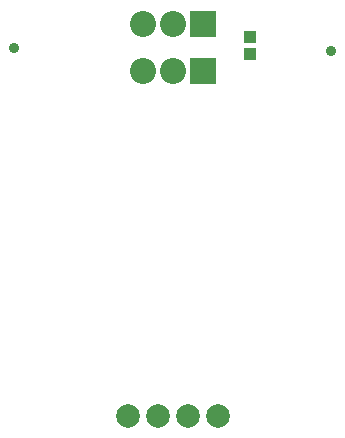
<source format=gts>
G04 Layer_Color=8388736*
%FSLAX44Y44*%
%MOMM*%
G71*
G01*
G75*
%ADD18R,1.0532X1.0532*%
%ADD19C,2.0032*%
%ADD20C,2.2032*%
%ADD21R,2.2032X2.2032*%
%ADD22C,0.9032*%
D18*
X65000Y449250D02*
D03*
Y463250D02*
D03*
D19*
X12700Y143000D02*
D03*
X-12700D02*
D03*
X-38100D02*
D03*
X38100D02*
D03*
D20*
X-25400Y475000D02*
D03*
X0D02*
D03*
X-25400Y435000D02*
D03*
X0D02*
D03*
D21*
X25400Y475000D02*
D03*
Y435000D02*
D03*
D22*
X134000Y451750D02*
D03*
X-135000Y454500D02*
D03*
M02*

</source>
